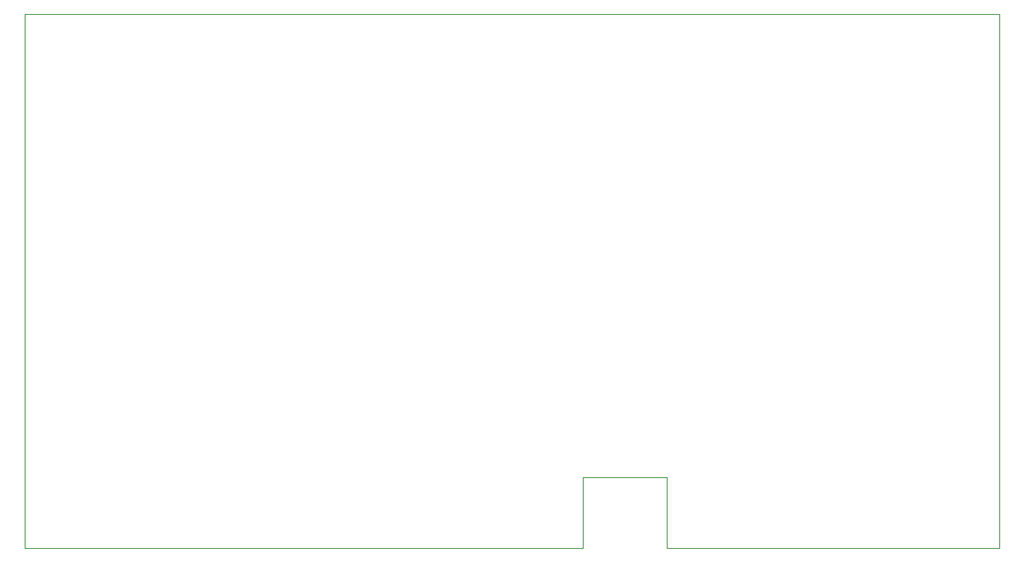
<source format=gbr>
G04 #@! TF.GenerationSoftware,KiCad,Pcbnew,7.0.2*
G04 #@! TF.CreationDate,2023-05-24T19:52:44-04:00*
G04 #@! TF.ProjectId,jetson-nano-baseboard,6a657473-6f6e-42d6-9e61-6e6f2d626173,1.6.1*
G04 #@! TF.SameCoordinates,Original*
G04 #@! TF.FileFunction,Profile,NP*
%FSLAX46Y46*%
G04 Gerber Fmt 4.6, Leading zero omitted, Abs format (unit mm)*
G04 Created by KiCad (PCBNEW 7.0.2) date 2023-05-24 19:52:44*
%MOMM*%
%LPD*%
G01*
G04 APERTURE LIST*
G04 #@! TA.AperFunction,Profile*
%ADD10C,0.100000*%
G04 #@! TD*
G04 APERTURE END LIST*
D10*
X74958400Y-129906030D02*
X74958400Y-74906010D01*
X74958400Y-129906010D02*
X132302400Y-129906010D01*
X141002000Y-129906010D02*
X175184000Y-129906010D01*
X74958400Y-74906010D02*
X175184000Y-74906010D01*
X175184000Y-129906010D02*
X175184000Y-74906010D01*
X141002000Y-122650000D02*
X141002000Y-129906010D01*
X132302400Y-122650000D02*
X132302400Y-129906010D01*
X132302400Y-122650000D02*
X141002000Y-122650000D01*
M02*

</source>
